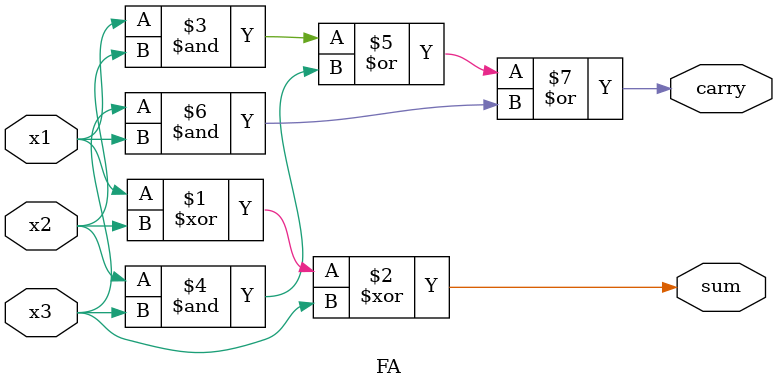
<source format=v>
module FA(
    input x1,
    input x2,
    input x3,
    output sum,
    output carry
);

    assign sum = x1 ^ x2 ^ x3;
    assign carry = (x1 & x2) | (x2 & x3) | (x3 & x1);


endmodule




</source>
